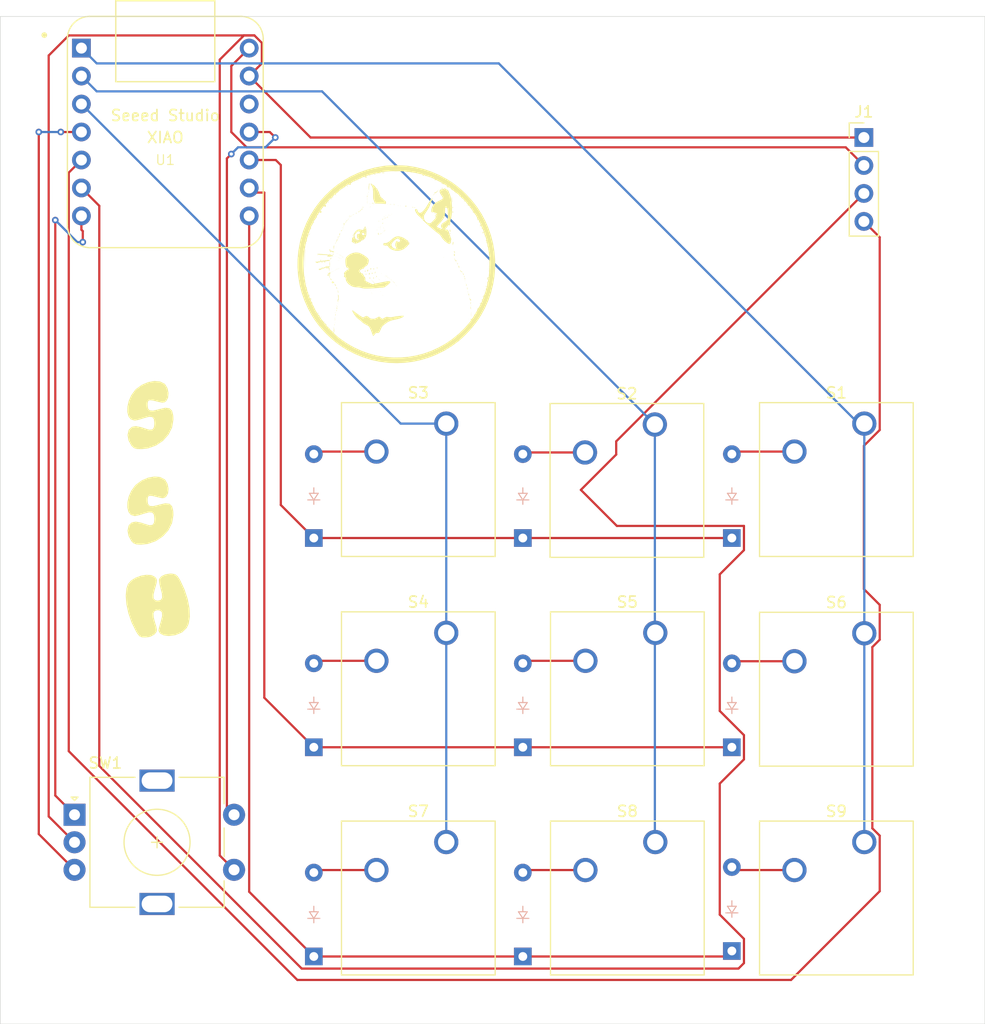
<source format=kicad_pcb>
(kicad_pcb (version 20240108) (generator "pcbnew") (generator_version "8.0")
  (layers (0 "F.Cu" signal) (31 "B.Cu" signal) (34 "B.Paste" user) (35 "F.Paste" user) (36 "B.SilkS" user "B.Silkscreen") (37 "F.SilkS" user "F.Silkscreen") (38 "B.Mask" user) (39 "F.Mask" user) (44 "Edge.Cuts" user))
  (net 0 "")
  (net 1 "Row 0")
  (net 2 "Net-(D1-A)")
  (net 3 "Net-(D2-A)")
  (net 4 "Net-(D3-A)")
  (net 5 "Net-(D4-A)")
  (net 6 "Row 1")
  (net 7 "Net-(D5-A)")
  (net 8 "Net-(D6-A)")
  (net 9 "Row 2")
  (net 10 "Net-(D7-A)")
  (net 11 "Net-(D8-A)")
  (net 12 "Net-(D9-A)")
  (net 13 "Net-(J1-Pin_3)")
  (net 14 "Net-(J1-Pin_1)")
  (net 15 "Net-(J1-Pin_2)")
  (net 16 "Net-(J1-Pin_4)")
  (net 17 "Column 2")
  (net 18 "Column 1")
  (net 19 "Column 0")
  (net 21 "Net-(U1-PA11_A3_D3)")
  (net 22 "Net-(U1-PB08_A6_D6_TX)")
  (net 23 "Net-(U1-PA6_A10_D10_MOSI)")
  (footprint "Button_Switch_Keyboard:SW_Cherry_MX_1.00u_PCB" (layer "F.Cu") (at 149.04 97.02)
    (property "Reference" "S6" (at -2.54 -2.794 0) (layer "F.SilkS"))
    (property "Value" "Keyswitch")
    (pad "" np_thru_hole circle (at -7.62 5.08) (size 1.7 1.7) (drill 1.7) (layers "*.Cu" "*.Mask"))
    (pad "" np_thru_hole circle (at -2.54 5.08) (size 4 4) (drill 4) (layers "*.Cu" "*.Mask"))
    (pad "" np_thru_hole circle (at 2.54 5.08) (size 1.7 1.7) (drill 1.7) (layers "*.Cu" "*.Mask"))
    (pad "1" thru_hole circle (at 0 0) (size 2.2 2.2) (drill 1.5) (layers "*.Cu" "*.Mask") (net 17 "Column 2"))
    (pad "2" thru_hole circle (at -6.35 2.54) (size 2.2 2.2) (drill 1.5) (layers "*.Cu" "*.Mask") (net 8 "Net-(D6-A)"))
  )
  (footprint "Button_Switch_Keyboard:SW_Cherry_MX_1.00u_PCB" (layer "F.Cu") (at 149.04 77.98)
    (property "Reference" "S1" (at -2.54 -2.794 0) (layer "F.SilkS"))
    (property "Value" "Keyswitch")
    (pad "" np_thru_hole circle (at -7.62 5.08) (size 1.7 1.7) (drill 1.7) (layers "*.Cu" "*.Mask"))
    (pad "" np_thru_hole circle (at -2.54 5.08) (size 4 4) (drill 4) (layers "*.Cu" "*.Mask"))
    (pad "" np_thru_hole circle (at 2.54 5.08) (size 1.7 1.7) (drill 1.7) (layers "*.Cu" "*.Mask"))
    (pad "1" thru_hole circle (at 0 0) (size 2.2 2.2) (drill 1.5) (layers "*.Cu" "*.Mask") (net 17 "Column 2"))
    (pad "2" thru_hole circle (at -6.35 2.54) (size 2.2 2.2) (drill 1.5) (layers "*.Cu" "*.Mask") (net 2 "Net-(D1-A)"))
  )
  (footprint "Button_Switch_Keyboard:SW_Cherry_MX_1.00u_PCB" (layer "F.Cu") (at 130 78.06)
    (property "Reference" "S2" (at -2.54 -2.794 0) (layer "F.SilkS"))
    (property "Value" "Keyswitch")
    (pad "" np_thru_hole circle (at -7.62 5.08) (size 1.7 1.7) (drill 1.7) (layers "*.Cu" "*.Mask"))
    (pad "" np_thru_hole circle (at -2.54 5.08) (size 4 4) (drill 4) (layers "*.Cu" "*.Mask"))
    (pad "" np_thru_hole circle (at 2.54 5.08) (size 1.7 1.7) (drill 1.7) (layers "*.Cu" "*.Mask"))
    (pad "1" thru_hole circle (at 0 0) (size 2.2 2.2) (drill 1.5) (layers "*.Cu" "*.Mask") (net 18 "Column 1"))
    (pad "2" thru_hole circle (at -6.35 2.54) (size 2.2 2.2) (drill 1.5) (layers "*.Cu" "*.Mask") (net 3 "Net-(D2-A)"))
  )
  (footprint "Button_Switch_Keyboard:SW_Cherry_MX_1.00u_PCB" (layer "F.Cu") (at 130.04 115.98)
    (property "Reference" "S8" (at -2.54 -2.794 0) (layer "F.SilkS"))
    (property "Value" "Keyswitch")
    (pad "" np_thru_hole circle (at -7.62 5.08) (size 1.7 1.7) (drill 1.7) (layers "*.Cu" "*.Mask"))
    (pad "" np_thru_hole circle (at -2.54 5.08) (size 4 4) (drill 4) (layers "*.Cu" "*.Mask"))
    (pad "" np_thru_hole circle (at 2.54 5.08) (size 1.7 1.7) (drill 1.7) (layers "*.Cu" "*.Mask"))
    (pad "1" thru_hole circle (at 0 0) (size 2.2 2.2) (drill 1.5) (layers "*.Cu" "*.Mask") (net 18 "Column 1"))
    (pad "2" thru_hole circle (at -6.35 2.54) (size 2.2 2.2) (drill 1.5) (layers "*.Cu" "*.Mask") (net 11 "Net-(D8-A)"))
  )
  (footprint "ScottoKeebs_Components:dogecoin" (layer "F.Cu") (at 106.5 63.5)
    (property "Reference" "G***" (hide yes))
    (property "Value" "LOGO" (hide yes))
  )
  (footprint "Connector_PinHeader_2.54mm:PinHeader_1x04_P2.54mm_Vertical" (layer "F.Cu") (at 149 52)
    (property "Reference" "J1" (at 0 -2.33 0) (layer "F.SilkS"))
    (property "Value" "Conn_01x04_Pin")
    (pad "1" thru_hole rect (at 0 0) (size 1.7 1.7) (drill 1) (layers "*.Cu" "*.Mask") (net 14 "Net-(J1-Pin_1)"))
    (pad "2" thru_hole oval (at 0 2.54) (size 1.7 1.7) (drill 1) (layers "*.Cu" "*.Mask") (net 15 "Net-(J1-Pin_2)"))
    (pad "3" thru_hole oval (at 0 5.08) (size 1.7 1.7) (drill 1) (layers "*.Cu" "*.Mask") (net 13 "Net-(J1-Pin_3)"))
    (pad "4" thru_hole oval (at 0 7.62) (size 1.7 1.7) (drill 1) (layers "*.Cu" "*.Mask") (net 16 "Net-(J1-Pin_4)"))
  )
  (footprint "Button_Switch_Keyboard:SW_Cherry_MX_1.00u_PCB" (layer "F.Cu") (at 130.04 96.98)
    (property "Reference" "S5" (at -2.54 -2.794 0) (layer "F.SilkS"))
    (property "Value" "Keyswitch")
    (pad "" np_thru_hole circle (at -7.62 5.08) (size 1.7 1.7) (drill 1.7) (layers "*.Cu" "*.Mask"))
    (pad "" np_thru_hole circle (at -2.54 5.08) (size 4 4) (drill 4) (layers "*.Cu" "*.Mask"))
    (pad "" np_thru_hole circle (at 2.54 5.08) (size 1.7 1.7) (drill 1.7) (layers "*.Cu" "*.Mask"))
    (pad "1" thru_hole circle (at 0 0) (size 2.2 2.2) (drill 1.5) (layers "*.Cu" "*.Mask") (net 18 "Column 1"))
    (pad "2" thru_hole circle (at -6.35 2.54) (size 2.2 2.2) (drill 1.5) (layers "*.Cu" "*.Mask") (net 7 "Net-(D5-A)"))
  )
  (footprint "ScottoKeebs_Components:name" (layer "F.Cu") (at 85.5 86.5)
    (property "Reference" "G***" (hide yes))
    (property "Value" "LOGO" (hide yes))
  )
  (footprint "Seeed Studio XIAO Series Library:XIAO-Generic-Thruhole-14P-2.54-21X17.8MM" (layer "F.Cu") (at 85.5 51.5)
    (property "Reference" "U1" (at 0 2.54 0) (layer "F.SilkS") (effects (font (size 0.889 0.889) (thickness 0.1016))))
    (property "Value" "MCU_Seeed_XIAO_RP2040" (hide yes))
    (fp_text user "Seeed Studio" (at 0 -1.5 0) (layer "F.SilkS"))
    (fp_text user "XIAO" (at 0 0.5 0) (layer "F.SilkS"))
    (pad "1" thru_hole rect (at -7.625 -7.62) (size 1.7 1.7) (drill 1) (layers "*.Cu" "*.Mask") (net 17 "Column 2"))
    (pad "2" thru_hole circle (at -7.625 -5.08) (size 1.7 1.7) (drill 1) (layers "*.Cu" "*.Mask") (net 18 "Column 1"))
    (pad "3" thru_hole circle (at -7.625 -2.54) (size 1.7 1.7) (drill 1) (layers "*.Cu" "*.Mask") (net 19 "Column 0"))
    (pad "4" thru_hole circle (at -7.625 0) (size 1.7 1.7) (drill 1) (layers "*.Cu" "*.Mask") (net 21 "Net-(U1-PA11_A3_D3)"))
    (pad "5" thru_hole circle (at -7.625 2.54) (size 1.7 1.7) (drill 1) (layers "*.Cu" "*.Mask") (net 16 "Net-(J1-Pin_4)"))
    (pad "6" thru_hole circle (at -7.625 5.08 180) (size 1.7 1.7) (drill 1) (layers "*.Cu" "*.Mask") (net 13 "Net-(J1-Pin_3)"))
    (pad "7" thru_hole circle (at -7.625 7.62) (size 1.7 1.7) (drill 1) (layers "*.Cu" "*.Mask") (net 22 "Net-(U1-PB08_A6_D6_TX)"))
    (pad "8" thru_hole circle (at 7.625 7.62) (size 1.7 1.7) (drill 1) (layers "*.Cu" "*.Mask") (net 9 "Row 2"))
    (pad "9" thru_hole circle (at 7.625 5.08) (size 1.7 1.7) (drill 1) (layers "*.Cu" "*.Mask") (net 6 "Row 1"))
    (pad "10" thru_hole circle (at 7.625 2.54) (size 1.7 1.7) (drill 1) (layers "*.Cu" "*.Mask") (net 1 "Row 0"))
    (pad "11" thru_hole circle (at 7.625 0) (size 1.7 1.7) (drill 1) (layers "*.Cu" "*.Mask") (net 23 "Net-(U1-PA6_A10_D10_MOSI)"))
    (pad "12" thru_hole circle (at 7.625 -2.54) (size 1.7 1.7) (drill 1) (layers "*.Cu" "*.Mask"))
    (pad "13" thru_hole circle (at 7.625 -5.08) (size 1.7 1.7) (drill 1) (layers "*.Cu" "*.Mask") (net 14 "Net-(J1-Pin_1)"))
    (pad "14" thru_hole circle (at 7.625 -7.62) (size 1.7 1.7) (drill 1) (layers "*.Cu" "*.Mask") (net 15 "Net-(J1-Pin_2)"))
  )
  (footprint "MountingHole:MountingHole_3.2mm_M3" (layer "F.Cu") (at 117.98 92.65)
    (property "Reference" "REF**" (hide yes))
    (property "Value" "MountingHole_3.2mm_M3")
    (pad "" np_thru_hole circle (at 0 0) (size 3.2 3.2) (drill 3.2) (layers "*.Cu" "*.Mask"))
  )
  (footprint "Button_Switch_Keyboard:SW_Cherry_MX_1.00u_PCB" (layer "F.Cu") (at 149.04 115.98)
    (property "Reference" "S9" (at -2.54 -2.794 0) (layer "F.SilkS"))
    (property "Value" "Keyswitch")
    (pad "" np_thru_hole circle (at -7.62 5.08) (size 1.7 1.7) (drill 1.7) (layers "*.Cu" "*.Mask"))
    (pad "" np_thru_hole circle (at -2.54 5.08) (size 4 4) (drill 4) (layers "*.Cu" "*.Mask"))
    (pad "" np_thru_hole circle (at 2.54 5.08) (size 1.7 1.7) (drill 1.7) (layers "*.Cu" "*.Mask"))
    (pad "1" thru_hole circle (at 0 0) (size 2.2 2.2) (drill 1.5) (layers "*.Cu" "*.Mask") (net 17 "Column 2"))
    (pad "2" thru_hole circle (at -6.35 2.54) (size 2.2 2.2) (drill 1.5) (layers "*.Cu" "*.Mask") (net 12 "Net-(D9-A)"))
  )
  (footprint "Rotary_Encoder:RotaryEncoder_Alps_EC11E-Switch_Vertical_H20mm" (layer "F.Cu") (at 77.25 113.5)
    (property "Reference" "SW1" (at 2.8 -4.7 0) (layer "F.SilkS"))
    (property "Value" "RotaryEncoder_Switch")
    (pad "A" thru_hole rect (at 0 0) (size 2 2) (drill 1) (layers "*.Cu" "*.Mask") (net 22 "Net-(U1-PB08_A6_D6_TX)"))
    (pad "B" thru_hole circle (at 0 5) (size 2 2) (drill 1) (layers "*.Cu" "*.Mask") (net 21 "Net-(U1-PA11_A3_D3)"))
    (pad "C" thru_hole circle (at 0 2.5) (size 2 2) (drill 1) (layers "*.Cu" "*.Mask") (net 14 "Net-(J1-Pin_1)"))
    (pad "MP" thru_hole rect (at 7.5 -3.1) (size 3.2 2) (drill oval 2.8 1.5) (layers "*.Cu" "*.Mask"))
    (pad "MP" thru_hole rect (at 7.5 8.1) (size 3.2 2) (drill oval 2.8 1.5) (layers "*.Cu" "*.Mask"))
    (pad "S1" thru_hole circle (at 14.5 5) (size 2 2) (drill 1) (layers "*.Cu" "*.Mask") (net 14 "Net-(J1-Pin_1)"))
    (pad "S2" thru_hole circle (at 14.5 0) (size 2 2) (drill 1) (layers "*.Cu" "*.Mask") (net 23 "Net-(U1-PA6_A10_D10_MOSI)"))
  )
  (footprint "Button_Switch_Keyboard:SW_Cherry_MX_1.00u_PCB" (layer "F.Cu") (at 111.04 96.98)
    (property "Reference" "S4" (at -2.54 -2.794 0) (layer "F.SilkS"))
    (property "Value" "Keyswitch")
    (pad "" np_thru_hole circle (at -7.62 5.08) (size 1.7 1.7) (drill 1.7) (layers "*.Cu" "*.Mask"))
    (pad "" np_thru_hole circle (at -2.54 5.08) (size 4 4) (drill 4) (layers "*.Cu" "*.Mask"))
    (pad "" np_thru_hole circle (at 2.54 5.08) (size 1.7 1.7) (drill 1.7) (layers "*.Cu" "*.Mask"))
    (pad "1" thru_hole circle (at 0 0) (size 2.2 2.2) (drill 1.5) (layers "*.Cu" "*.Mask") (net 19 "Column 0"))
    (pad "2" thru_hole circle (at -6.35 2.54) (size 2.2 2.2) (drill 1.5) (layers "*.Cu" "*.Mask") (net 5 "Net-(D4-A)"))
  )
  (footprint "Button_Switch_Keyboard:SW_Cherry_MX_1.00u_PCB" (layer "F.Cu") (at 111.04 77.98)
    (property "Reference" "S3" (at -2.54 -2.794 0) (layer "F.SilkS"))
    (property "Value" "Keyswitch")
    (pad "" np_thru_hole circle (at -7.62 5.08) (size 1.7 1.7) (drill 1.7) (layers "*.Cu" "*.Mask"))
    (pad "" np_thru_hole circle (at -2.54 5.08) (size 4 4) (drill 4) (layers "*.Cu" "*.Mask"))
    (pad "" np_thru_hole circle (at 2.54 5.08) (size 1.7 1.7) (drill 1.7) (layers "*.Cu" "*.Mask"))
    (pad "1" thru_hole circle (at 0 0) (size 2.2 2.2) (drill 1.5) (layers "*.Cu" "*.Mask") (net 19 "Column 0"))
    (pad "2" thru_hole circle (at -6.35 2.54) (size 2.2 2.2) (drill 1.5) (layers "*.Cu" "*.Mask") (net 4 "Net-(D3-A)"))
  )
  (footprint "Button_Switch_Keyboard:SW_Cherry_MX_1.00u_PCB" (layer "F.Cu") (at 111.04 115.98)
    (property "Reference" "S7" (at -2.54 -2.794 0) (layer "F.SilkS"))
    (property "Value" "Keyswitch")
    (pad "" np_thru_hole circle (at -7.62 5.08) (size 1.7 1.7) (drill 1.7) (layers "*.Cu" "*.Mask"))
    (pad "" np_thru_hole circle (at -2.54 5.08) (size 4 4) (drill 4) (layers "*.Cu" "*.Mask"))
    (pad "" np_thru_hole circle (at 2.54 5.08) (size 1.7 1.7) (drill 1.7) (layers "*.Cu" "*.Mask"))
    (pad "1" thru_hole circle (at 0 0) (size 2.2 2.2) (drill 1.5) (layers "*.Cu" "*.Mask") (net 19 "Column 0"))
    (pad "2" thru_hole circle (at -6.35 2.54) (size 2.2 2.2) (drill 1.5) (layers "*.Cu" "*.Mask") (net 10 "Net-(D7-A)"))
  )
  (footprint "ScottoKeebs_Components:Diode_DO-35" (layer "B.Cu") (at 99 126.37 90)
    (property "Reference" "D7" (hide yes))
    (property "Value" "Diode" (hide yes))
    (pad "1" thru_hole rect (at 0 0 90) (size 1.6 1.6) (drill 0.8) (layers "*.Cu" "*.Mask") (net 9 "Row 2"))
    (pad "2" thru_hole oval (at 7.62 0 90) (size 1.6 1.6) (drill 0.8) (layers "*.Cu" "*.Mask") (net 10 "Net-(D7-A)"))
  )
  (footprint "ScottoKeebs_Components:Diode_DO-35" (layer "B.Cu") (at 118 126.37 90)
    (property "Reference" "D8" (hide yes))
    (property "Value" "Diode" (hide yes))
    (pad "1" thru_hole rect (at 0 0 90) (size 1.6 1.6) (drill 0.8) (layers "*.Cu" "*.Mask") (net 9 "Row 2"))
    (pad "2" thru_hole oval (at 7.62 0 90) (size 1.6 1.6) (drill 0.8) (layers "*.Cu" "*.Mask") (net 11 "Net-(D8-A)"))
  )
  (footprint "ScottoKeebs_Components:Diode_DO-35" (layer "B.Cu") (at 137 125.87 90)
    (property "Reference" "D9" (hide yes))
    (property "Value" "Diode" (hide yes))
    (pad "1" thru_hole rect (at 0 0 90) (size 1.6 1.6) (drill 0.8) (layers "*.Cu" "*.Mask") (net 9 "Row 2"))
    (pad "2" thru_hole oval (at 7.62 0 90) (size 1.6 1.6) (drill 0.8) (layers "*.Cu" "*.Mask") (net 12 "Net-(D9-A)"))
  )
  (footprint "ScottoKeebs_Components:Diode_DO-35" (layer "B.Cu") (at 99 107.37 90)
    (property "Reference" "D4" (hide yes))
    (property "Value" "Diode" (hide yes))
    (pad "1" thru_hole rect (at 0 0 90) (size 1.6 1.6) (drill 0.8) (layers "*.Cu" "*.Mask") (net 6 "Row 1"))
    (pad "2" thru_hole oval (at 7.62 0 90) (size 1.6 1.6) (drill 0.8) (layers "*.Cu" "*.Mask") (net 5 "Net-(D4-A)"))
  )
  (footprint "ScottoKeebs_Components:Diode_DO-35" (layer "B.Cu") (at 137 107.37 90)
    (property "Reference" "D6" (hide yes))
    (property "Value" "Diode" (hide yes))
    (pad "1" thru_hole rect (at 0 0 90) (size 1.6 1.6) (drill 0.8) (layers "*.Cu" "*.Mask") (net 6 "Row 1"))
    (pad "2" thru_hole oval (at 7.62 0 90) (size 1.6 1.6) (drill 0.8) (layers "*.Cu" "*.Mask") (net 8 "Net-(D6-A)"))
  )
  (footprint "ScottoKeebs_Components:Diode_DO-35" (layer "B.Cu") (at 118 107.37 90)
    (property "Reference" "D5" (hide yes))
    (property "Value" "Diode" (hide yes))
    (pad "1" thru_hole rect (at 0 0 90) (size 1.6 1.6) (drill 0.8) (layers "*.Cu" "*.Mask") (net 6 "Row 1"))
    (pad "2" thru_hole oval (at 7.62 0 90) (size 1.6 1.6) (drill 0.8) (layers "*.Cu" "*.Mask") (net 7 "Net-(D5-A)"))
  )
  (footprint "ScottoKeebs_Components:Diode_DO-35" (layer "B.Cu") (at 137 88.37 90)
    (property "Reference" "D1" (hide yes))
    (property "Value" "Diode" (hide yes))
    (pad "1" thru_hole rect (at 0 0 90) (size 1.6 1.6) (drill 0.8) (layers "*.Cu" "*.Mask") (net 1 "Row 0"))
    (pad "2" thru_hole oval (at 7.62 0 90) (size 1.6 1.6) (drill 0.8) (layers "*.Cu" "*.Mask") (net 2 "Net-(D1-A)"))
  )
  (footprint "ScottoKeebs_Components:Diode_DO-35" (layer "B.Cu") (at 99 88.37 90)
    (property "Reference" "D3" (hide yes))
    (property "Value" "Diode" (hide yes))
    (pad "1" thru_hole rect (at 0 0 90) (size 1.6 1.6) (drill 0.8) (layers "*.Cu" "*.Mask") (net 1 "Row 0"))
    (pad "2" thru_hole oval (at 7.62 0 90) (size 1.6 1.6) (drill 0.8) (layers "*.Cu" "*.Mask") (net 4 "Net-(D3-A)"))
  )
  (footprint "ScottoKeebs_Components:Diode_DO-35" (layer "B.Cu") (at 118 88.37 90)
    (property "Reference" "D2" (hide yes))
    (property "Value" "Diode" (hide yes))
    (pad "1" thru_hole rect (at 0 0 90) (size 1.6 1.6) (drill 0.8) (layers "*.Cu" "*.Mask") (net 1 "Row 0"))
    (pad "2" thru_hole oval (at 7.62 0 90) (size 1.6 1.6) (drill 0.8) (layers "*.Cu" "*.Mask") (net 3 "Net-(D2-A)"))
  )
  (gr_rect (start 70.5 41.01) (end 160 132.5) (stroke (width 0.05)) (fill none) (layer "Edge.Cuts"))
  (segment (start 95.54 54.04) (end 93.125 54.04) (width 0.2) (layer "F.Cu") (net 1))
  (segment (start 96 54.5) (end 95.54 54.04) (width 0.2) (layer "F.Cu") (net 1))
  (segment (start 99 88.37) (end 96 85.37) (width 0.2) (layer "F.Cu") (net 1))
  (segment (start 99 88.37) (end 137 88.37) (width 0.2) (layer "F.Cu") (net 1))
  (segment (start 96 85.37) (end 96 54.5) (width 0.2) (layer "F.Cu") (net 1))
  (segment (start 142.69 80.52) (end 137.23 80.52) (width 0.2) (layer "F.Cu") (net 2))
  (segment (start 137.23 80.52) (end 137 80.75) (width 0.2) (layer "F.Cu") (net 2))
  (segment (start 123.65 80.6) (end 118.15 80.6) (width 0.2) (layer "F.Cu") (net 3))
  (segment (start 118.15 80.6) (end 118 80.75) (width 0.2) (layer "F.Cu") (net 3))
  (segment (start 99.23 80.52) (end 99 80.75) (width 0.2) (layer "F.Cu") (net 4))
  (segment (start 104.69 80.52) (end 99.23 80.52) (width 0.2) (layer "F.Cu") (net 4))
  (segment (start 99.23 99.52) (end 99 99.75) (width 0.2) (layer "F.Cu") (net 5))
  (segment (start 104.69 99.52) (end 99.23 99.52) (width 0.2) (layer "F.Cu") (net 5))
  (segment (start 94.5 102.87) (end 94.5 57) (width 0.2) (layer "F.Cu") (net 6))
  (segment (start 99 107.37) (end 137 107.37) (width 0.2) (layer "F.Cu") (net 6))
  (segment (start 94.5 57) (end 93.545 57) (width 0.2) (layer "F.Cu") (net 6))
  (segment (start 99 107.37) (end 94.5 102.87) (width 0.2) (layer "F.Cu") (net 6))
  (segment (start 93.545 57) (end 93.125 56.58) (width 0.2) (layer "F.Cu") (net 6))
  (segment (start 123.69 99.52) (end 118.23 99.52) (width 0.2) (layer "F.Cu") (net 7))
  (segment (start 118.23 99.52) (end 118 99.75) (width 0.2) (layer "F.Cu") (net 7))
  (segment (start 142.69 99.56) (end 137.19 99.56) (width 0.2) (layer "F.Cu") (net 8))
  (segment (start 137.19 99.56) (end 137 99.75) (width 0.2) (layer "F.Cu") (net 8))
  (segment (start 136.5 126.37) (end 137 125.87) (width 0.2) (layer "F.Cu") (net 9))
  (segment (start 93.125 120.495) (end 93.125 59.12) (width 0.2) (layer "F.Cu") (net 9))
  (segment (start 99 126.37) (end 136.5 126.37) (width 0.2) (layer "F.Cu") (net 9))
  (segment (start 99 126.37) (end 93.125 120.495) (width 0.2) (layer "F.Cu") (net 9))
  (segment (start 104.69 118.52) (end 99.23 118.52) (width 0.2) (layer "F.Cu") (net 10))
  (segment (start 99.23 118.52) (end 99 118.75) (width 0.2) (layer "F.Cu") (net 10))
  (segment (start 118.23 118.52) (end 118 118.75) (width 0.2) (layer "F.Cu") (net 11))
  (segment (start 123.69 118.52) (end 118.23 118.52) (width 0.2) (layer "F.Cu") (net 11))
  (segment (start 142.69 118.52) (end 137.27 118.52) (width 0.2) (layer "F.Cu") (net 12))
  (segment (start 137.27 118.52) (end 137 118.25) (width 0.2) (layer "F.Cu") (net 12))
  (segment (start 126.486598 79.593402) (end 126.486598 80.79) (width 0.2) (layer "F.Cu") (net 13))
  (segment (start 137.6 127.47) (end 97.9 127.47) (width 0.2) (layer "F.Cu") (net 13))
  (segment (start 79.5 58.205) (end 77.875 56.58) (width 0.2) (layer "F.Cu") (net 13))
  (segment (start 135.9 122.57) (end 138.1 124.77) (width 0.2) (layer "F.Cu") (net 13))
  (segment (start 135.9 110.67) (end 135.9 122.57) (width 0.2) (layer "F.Cu") (net 13))
  (segment (start 138.1 108.47) (end 135.9 110.67) (width 0.2) (layer "F.Cu") (net 13))
  (segment (start 79.5 109.07) (end 79.5 58.205) (width 0.2) (layer "F.Cu") (net 13))
  (segment (start 126.486598 80.79) (end 123.276598 84) (width 0.2) (layer "F.Cu") (net 13))
  (segment (start 138.1 124.77) (end 138.1 126.97) (width 0.2) (layer "F.Cu") (net 13))
  (segment (start 138.1 106.27) (end 138.1 108.47) (width 0.2) (layer "F.Cu") (net 13))
  (segment (start 138.1 89.47) (end 135.9 91.67) (width 0.2) (layer "F.Cu") (net 13))
  (segment (start 138.1 126.97) (end 137.6 127.47) (width 0.2) (layer "F.Cu") (net 13))
  (segment (start 97.9 127.47) (end 79.5 109.07) (width 0.2) (layer "F.Cu") (net 13))
  (segment (start 135.9 104.07) (end 138.1 106.27) (width 0.2) (layer "F.Cu") (net 13))
  (segment (start 138.1 87.27) (end 138.1 89.47) (width 0.2) (layer "F.Cu") (net 13))
  (segment (start 135.9 91.67) (end 135.9 104.07) (width 0.2) (layer "F.Cu") (net 13))
  (segment (start 123.276598 84) (end 126.546598 87.27) (width 0.2) (layer "F.Cu") (net 13))
  (segment (start 149 57.08) (end 126.486598 79.593402) (width 0.2) (layer "F.Cu") (net 13))
  (segment (start 126.546598 87.27) (end 138.1 87.27) (width 0.2) (layer "F.Cu") (net 13))
  (segment (start 94.275 43.403654) (end 94.275 45.27) (width 0.2) (layer "F.Cu") (net 14))
  (segment (start 92.648654 42.73) (end 93.601346 42.73) (width 0.2) (layer "F.Cu") (net 14))
  (segment (start 93.601346 42.73) (end 94.275 43.403654) (width 0.2) (layer "F.Cu") (net 14))
  (segment (start 149 52) (end 98.705 52) (width 0.2) (layer "F.Cu") (net 14))
  (segment (start 74.9 44.555) (end 76.725 42.73) (width 0.2) (layer "F.Cu") (net 14))
  (segment (start 76.725 42.73) (end 93.601346 42.73) (width 0.2) (layer "F.Cu") (net 14))
  (segment (start 98.705 52) (end 93.125 46.42) (width 0.2) (layer "F.Cu") (net 14))
  (segment (start 90.45 117.2) (end 90.45 44.928654) (width 0.2) (layer "F.Cu") (net 14))
  (segment (start 94.275 45.27) (end 93.125 46.42) (width 0.2) (layer "F.Cu") (net 14))
  (segment (start 77.25 116) (end 74.9 113.65) (width 0.2) (layer "F.Cu") (net 14))
  (segment (start 90.45 44.928654) (end 92.648654 42.73) (width 0.2) (layer "F.Cu") (net 14))
  (segment (start 91.75 118.5) (end 90.45 117.2) (width 0.2) (layer "F.Cu") (net 14))
  (segment (start 74.9 113.65) (end 74.9 44.555) (width 0.2) (layer "F.Cu") (net 14))
  (segment (start 92.888654 52.89) (end 91.5 51.501346) (width 0.2) (layer "F.Cu") (net 15))
  (segment (start 91.5 45.505) (end 93.125 43.88) (width 0.2) (layer "F.Cu") (net 15))
  (segment (start 149 54.54) (end 147.35 52.89) (width 0.2) (layer "F.Cu") (net 15))
  (segment (start 91.5 51.501346) (end 91.5 45.505) (width 0.2) (layer "F.Cu") (net 15))
  (segment (start 147.35 52.89) (end 92.888654 52.89) (width 0.2) (layer "F.Cu") (net 15))
  (segment (start 150.44 115.400101) (end 150.44 120.443402) (width 0.2) (layer "F.Cu") (net 16))
  (segment (start 142.383402 128.5) (end 97.5 128.5) (width 0.2) (layer "F.Cu") (net 16))
  (segment (start 97.5 128.5) (end 76.725 107.725) (width 0.2) (layer "F.Cu") (net 16))
  (segment (start 150.44 97.599899) (end 149.76995 98.269949) (width 0.2) (layer "F.Cu") (net 16))
  (segment (start 149.76995 98.269949) (end 149.76995 114.730051) (width 0.2) (layer "F.Cu") (net 16))
  (segment (start 150.44 61.06) (end 150.44 78.559899) (width 0.2) (layer "F.Cu") (net 16))
  (segment (start 76.725 107.725) (end 76.725 55.19) (width 0.2) (layer "F.Cu") (net 16))
  (segment (start 149 59.62) (end 150.44 61.06) (width 0.2) (layer "F.Cu") (net 16))
  (segment (start 150.44 120.443402) (end 142.383402 128.5) (width 0.2) (layer "F.Cu") (net 16))
  (segment (start 150.44 78.559899) (end 149 79.999899) (width 0.2) (layer "F.Cu") (net 16))
  (segment (start 150.44 94.44) (end 150.44 97.599899) (width 0.2) (layer "F.Cu") (net 16))
  (segment (start 149.76995 114.730051) (end 150.44 115.400101) (width 0.2) (layer "F.Cu") (net 16))
  (segment (start 149 93) (end 150.44 94.44) (width 0.2) (layer "F.Cu") (net 16))
  (segment (start 149 79.999899) (end 149 93) (width 0.2) (layer "F.Cu") (net 16))
  (segment (start 76.725 55.19) (end 77.875 54.04) (width 0.2) (layer "F.Cu") (net 16))
  (segment (start 79.265 45.27) (end 77.875 43.88) (width 0.2) (layer "B.Cu") (net 17))
  (segment (start 148.52 77.98) (end 115.81 45.27) (width 0.2) (layer "B.Cu") (net 17))
  (segment (start 149.04 77.98) (end 148.52 77.98) (width 0.2) (layer "B.Cu") (net 17))
  (segment (start 149.04 77.98) (end 149.04 115.98) (width 0.2) (layer "B.Cu") (net 17))
  (segment (start 115.81 45.27) (end 79.265 45.27) (width 0.2) (layer "B.Cu") (net 17))
  (segment (start 130 78.06) (end 130 115.94) (width 0.2) (layer "B.Cu") (net 18))
  (segment (start 130 115.94) (end 130.04 115.98) (width 0.2) (layer "B.Cu") (net 18))
  (segment (start 79.265 47.81) (end 77.875 46.42) (width 0.2) (layer "B.Cu") (net 18))
  (segment (start 130 78.06) (end 99.75 47.81) (width 0.2) (layer "B.Cu") (net 18))
  (segment (start 99.75 47.81) (end 79.265 47.81) (width 0.2) (layer "B.Cu") (net 18))
  (segment (start 111.04 77.98) (end 111.04 115.98) (width 0.2) (layer "B.Cu") (net 19))
  (segment (start 111.04 77.98) (end 106.895 77.98) (width 0.2) (layer "B.Cu") (net 19))
  (segment (start 106.895 77.98) (end 77.875 48.96) (width 0.2) (layer "B.Cu") (net 19))
  (segment (start 76 51.5) (end 77.875 51.5) (width 0.2) (layer "F.Cu") (net 21))
  (segment (start 74 115.25) (end 74 51.5) (width 0.2) (layer "F.Cu") (net 21))
  (segment (start 77.25 118.5) (end 74 115.25) (width 0.2) (layer "F.Cu") (net 21))
  (via (at 76 51.5) (size 0.6) (drill 0.3) (layers "F.Cu" "B.Cu") (net 21))
  (via (at 74 51.5) (size 0.6) (drill 0.3) (layers "F.Cu" "B.Cu") (net 21))
  (segment (start 74 51.5) (end 76 51.5) (width 0.2) (layer "B.Cu") (net 21))
  (segment (start 75.5 111.75) (end 75.5 59.5) (width 0.2) (layer "F.Cu") (net 22))
  (segment (start 77.25 113.5) (end 75.5 111.75) (width 0.2) (layer "F.Cu") (net 22))
  (segment (start 78 60.5) (end 77.875 60.375) (width 0.2) (layer "F.Cu") (net 22))
  (segment (start 77.875 60.375) (end 77.875 59.12) (width 0.2) (layer "F.Cu") (net 22))
  (segment (start 78 61.5) (end 78 60.5) (width 0.2) (layer "F.Cu") (net 22))
  (via (at 75.5 59.5) (size 0.6) (drill 0.3) (layers "F.Cu" "B.Cu") (net 22))
  (via (at 78 61.5) (size 0.6) (drill 0.3) (layers "F.Cu" "B.Cu") (net 22))
  (segment (start 77.5 61.5) (end 78 61.5) (width 0.2) (layer "B.Cu") (net 22))
  (segment (start 75.5 59.5) (end 77.5 61.5) (width 0.2) (layer "B.Cu") (net 22))
  (segment (start 91.1 53.9) (end 91.5 53.5) (width 0.2) (layer "F.Cu") (net 23))
  (segment (start 91.75 113.5) (end 91.1 112.85) (width 0.2) (layer "F.Cu") (net 23))
  (segment (start 95 51.5) (end 93.125 51.5) (width 0.2) (layer "F.Cu") (net 23))
  (segment (start 95.5 52) (end 95 51.5) (width 0.2) (layer "F.Cu") (net 23))
  (segment (start 91.1 112.85) (end 91.1 53.9) (width 0.2) (layer "F.Cu") (net 23))
  (via (at 91.5 53.5) (size 0.6) (drill 0.3) (layers "F.Cu" "B.Cu") (net 23))
  (via (at 95.5 52) (size 0.6) (drill 0.3) (layers "F.Cu" "B.Cu") (net 23))
  (segment (start 94.61 52.89) (end 95.5 52) (width 0.2) (layer "B.Cu") (net 23))
  (segment (start 92.11 52.89) (end 94.61 52.89) (width 0.2) (layer "B.Cu") (net 23))
  (segment (start 91.5 53.5) (end 92.11 52.89) (width 0.2) (layer "B.Cu") (net 23))
)
</source>
